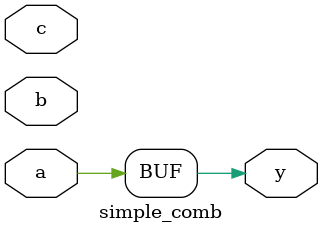
<source format=sv>

module simple_comb(
    input  logic a,
    input  logic b,
    input  logic c,
    output logic y
);
// TODO: Create a **behavioral** model of the given circuit for the truth table
// TODO: using the **cannonical sum-of-products** form.:
// TODO:  a b c | y
// TODO:  ------+---
// TODO:  0 0 0 | 0
// TODO:  0 0 1 | 1
// TODO:  0 1 0 | 0
// TODO:  0 1 1 | 0
// TODO:  1 0 0 | 1
// TODO:  1 0 1 | 0
// TODO:  1 1 0 | 0
// TODO:  1 1 1 | 0
// ! This should be super simple --- one line.  There's no need to simplify / etc.
   assign y = a; // FIXME: Change this line to the correct expression!

    // ? Solution below:
    // assign y = ~a & ~b & c | a & ~b & ~c;
endmodule

</source>
